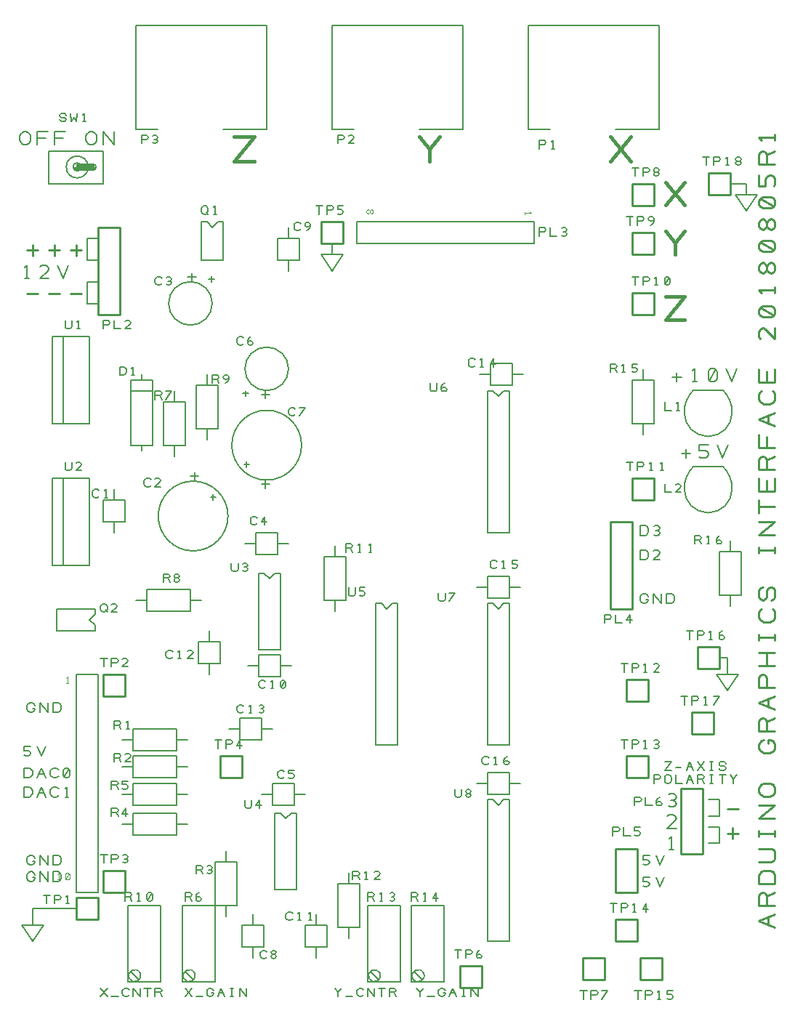
<source format=gbr>
G04 EasyPC Gerber Version 20.0.2 Build 4112 *
%FSLAX35Y35*%
%MOIN*%
%ADD10C,0.00100*%
%ADD11C,0.00500*%
%ADD74C,0.00800*%
%ADD12C,0.01000*%
%ADD13C,0.01500*%
X0Y0D02*
D02*
D10*
X84250Y104750D02*
X85250D01*
X84750D02*
Y107750D01*
X84250Y107250*
X88000Y105000D02*
X88500Y104750D01*
X89000*
X89500Y105000*
X89750Y105500*
Y107000*
X89500Y107500*
X89000Y107750*
X88500*
X88000Y107500*
X87750Y107000*
Y105500*
X88000Y105000*
X89500Y107500*
X88250Y194750D02*
X89250D01*
X88750D02*
Y197750D01*
X88250Y197250*
X227500Y411500D02*
Y411000D01*
X227750Y410500*
X228250Y410250*
X228750Y410500*
X229000Y411000*
Y411500*
X228750Y412000*
X228250Y412250*
X227750Y412000*
X227500Y411500*
X227250Y412000*
X226750Y412250*
X226250Y412000*
X226000Y411500*
Y411000*
X226250Y410500*
X226750Y410250*
X227250Y410500*
X227500Y411000*
X298500D02*
Y410000D01*
Y410500D02*
X301500D01*
X301000Y411000*
D02*
D11*
X79313Y93687D02*
Y97437D01*
X77750D02*
X80875D01*
X82750Y93687D02*
Y97437D01*
X84937*
X85563Y97125*
X85875Y96500*
X85563Y95875*
X84937Y95563*
X82750*
X88375Y93687D02*
X89625D01*
X89000D02*
Y97437D01*
X88375Y96813*
X80250Y439000D02*
Y424000D01*
X105250*
Y439000*
X80250*
X81750Y249000D02*
X98750D01*
Y289000*
X81750*
Y249000*
Y314000D02*
X98750D01*
Y354000*
X81750*
Y314000*
X84000Y229000D02*
X101500D01*
Y226500*
X99000Y224000*
X101500Y221500*
Y219000*
X84000*
Y229000*
X85250Y453375D02*
X85563Y452750D01*
X86187Y452437*
X87437*
X88063Y452750*
X88375Y453375*
X88063Y454000*
X87437Y454313*
X86187*
X85563Y454625*
X85250Y455250*
X85563Y455875*
X86187Y456187*
X87437*
X88063Y455875*
X88375Y455250*
X90250Y456187D02*
X90563Y452437D01*
X91813Y454313*
X93063Y452437*
X93375Y456187*
X95875Y452437D02*
X97125D01*
X96500D02*
Y456187D01*
X95875Y455563*
X86750Y249000D02*
Y289000D01*
Y314000D02*
Y354000D01*
X87750Y296187D02*
Y293375D01*
X88063Y292750*
X88687Y292437*
X89937*
X90563Y292750*
X90875Y293375*
Y296187*
X95250Y292437D02*
X92750D01*
X94937Y294625*
X95250Y295250*
X94937Y295875*
X94313Y296187*
X93375*
X92750Y295875*
X87750Y361187D02*
Y358375D01*
X88063Y357750*
X88687Y357437*
X89937*
X90563Y357750*
X90875Y358375*
Y361187*
X93375Y357437D02*
X94625D01*
X94000D02*
Y361187D01*
X93375Y360563*
X92750Y99000D02*
X102750D01*
Y199000*
X92750*
Y99000*
X93305Y432826D02*
Y430327D01*
X100802*
Y432826*
X93305*
G36*
Y430327*
X100802*
Y432826*
X93305*
G37*
X95179Y431576D02*
G75*
G03X91430I-1874D01*
G01*
G75*
G03X95179I1874*
G01*
G36*
G75*
G03X91430I-1874*
G01*
G75*
G03X95179I1874*
G01*
G37*
X98303D02*
G75*
G03X88306I-4998D01*
G01*
G75*
G03X98303I4998*
G01*
X103375Y280563D02*
X103063Y280250D01*
X102437Y279937*
X101500*
X100875Y280250*
X100563Y280563*
X100250Y281187*
Y282437*
X100563Y283063*
X100875Y283375*
X101500Y283687*
X102437*
X103063Y283375*
X103375Y283063*
X105875Y279937D02*
X107125D01*
X106500D02*
Y283687D01*
X105875Y283063*
X102052Y431576D02*
G75*
G03X99553I-1250D01*
G01*
G75*
G03X102052I1250*
G01*
G36*
G75*
G03X99553I-1250*
G01*
G75*
G03X102052I1250*
G01*
G37*
X104000Y51187D02*
X107125Y54937D01*
X104000D02*
X107125Y51187D01*
X109000D02*
X112125D01*
X117125Y51813D02*
X116813Y51500D01*
X116187Y51187*
X115250*
X114625Y51500*
X114313Y51813*
X114000Y52437*
Y53687*
X114313Y54313*
X114625Y54625*
X115250Y54937*
X116187*
X116813Y54625*
X117125Y54313*
X119000Y51187D02*
Y54937D01*
X122125Y51187*
Y54937*
X125563Y51187D02*
Y54937D01*
X124000D02*
X127125D01*
X129000Y51187D02*
Y54937D01*
X131187*
X131813Y54625*
X132125Y54000*
X131813Y53375*
X131187Y53063*
X129000*
X131187D02*
X132125Y51187D01*
X105563Y112437D02*
Y116187D01*
X104000D02*
X107125D01*
X109000Y112437D02*
Y116187D01*
X111187*
X111813Y115875*
X112125Y115250*
X111813Y114625*
X111187Y114313*
X109000*
X114313Y112750D02*
X114937Y112437D01*
X115563*
X116187Y112750*
X116500Y113375*
X116187Y114000*
X115563Y114313*
X114937*
X115563D02*
X116187Y114625D01*
X116500Y115250*
X116187Y115875*
X115563Y116187*
X114937*
X114313Y115875*
X105563Y202437D02*
Y206187D01*
X104000D02*
X107125D01*
X109000Y202437D02*
Y206187D01*
X111187*
X111813Y205875*
X112125Y205250*
X111813Y204625*
X111187Y204313*
X109000*
X116500Y202437D02*
X114000D01*
X116187Y204625*
X116500Y205250*
X116187Y205875*
X115563Y206187*
X114625*
X114000Y205875*
X104000Y228687D02*
Y229937D01*
X104313Y230563*
X104625Y230875*
X105250Y231187*
X105875*
X106500Y230875*
X106813Y230563*
X107125Y229937*
Y228687*
X106813Y228063*
X106500Y227750*
X105875Y227437*
X105250*
X104625Y227750*
X104313Y228063*
X104000Y228687*
X106187Y228375D02*
X107125Y227437D01*
X111500D02*
X109000D01*
X111187Y229625*
X111500Y230250*
X111187Y230875*
X110563Y231187*
X109625*
X109000Y230875*
X105250Y357437D02*
Y361187D01*
X107437*
X108063Y360875*
X108375Y360250*
X108063Y359625*
X107437Y359313*
X105250*
X110250Y361187D02*
Y357437D01*
X113375*
X117750D02*
X115250D01*
X117437Y359625*
X117750Y360250*
X117437Y360875*
X116813Y361187*
X115875*
X115250Y360875*
X109000Y133687D02*
Y137437D01*
X111187*
X111813Y137125*
X112125Y136500*
X111813Y135875*
X111187Y135563*
X109000*
X111187D02*
X112125Y133687D01*
X115563D02*
Y137437D01*
X114000Y134937*
X116500*
X109000Y146187D02*
Y149937D01*
X111187*
X111813Y149625*
X112125Y149000*
X111813Y148375*
X111187Y148063*
X109000*
X111187D02*
X112125Y146187D01*
X114000Y146500D02*
X114625Y146187D01*
X115563*
X116187Y146500*
X116500Y147125*
Y147437*
X116187Y148063*
X115563Y148375*
X114000*
Y149937*
X116500*
X110250Y158687D02*
Y162437D01*
X112437*
X113063Y162125*
X113375Y161500*
X113063Y160875*
X112437Y160563*
X110250*
X112437D02*
X113375Y158687D01*
X117750D02*
X115250D01*
X117437Y160875*
X117750Y161500*
X117437Y162125*
X116813Y162437*
X115875*
X115250Y162125*
X110250Y173687D02*
Y177437D01*
X112437*
X113063Y177125*
X113375Y176500*
X113063Y175875*
X112437Y175563*
X110250*
X112437D02*
X113375Y173687D01*
X115875D02*
X117125D01*
X116500D02*
Y177437D01*
X115875Y176813*
X110250Y264000D02*
Y269000D01*
Y279000D02*
Y284000D01*
X112750Y336187D02*
Y339937D01*
X114625*
X115250Y339625*
X115563Y339313*
X115875Y338687*
Y337437*
X115563Y336813*
X115250Y336500*
X114625Y336187*
X112750*
X118375D02*
X119625D01*
X119000D02*
Y339937D01*
X118375Y339313*
X114000Y130250D02*
X119000D01*
X114000Y144000D02*
X119000D01*
X114000Y156500D02*
X119000D01*
X114000Y169000D02*
X119000D01*
X115250Y269000D02*
X105250D01*
Y279000*
X115250*
Y269000*
X116500Y57750D02*
X131500D01*
Y92750*
X116500*
Y57750*
X117198Y59381D02*
G75*
G03X122198Y61881I2500J1250D01*
G01*
G75*
G03X117198Y59381I-2500J-1250*
G01*
X117822Y62626D02*
X121567Y58757D01*
X119000Y125250D02*
Y135250D01*
X139000*
Y125250*
X119000*
Y139000D02*
Y149000D01*
X139000*
Y139000*
X119000*
Y151500D02*
Y161500D01*
X139000*
Y151500*
X119000*
Y164000D02*
Y174000D01*
X139000*
Y164000*
X119000*
X115250Y94937D02*
Y98687D01*
X117437*
X118063Y98375*
X118375Y97750*
X118063Y97125*
X117437Y96813*
X115250*
X117437D02*
X118375Y94937D01*
X120875D02*
X122125D01*
X121500D02*
Y98687D01*
X120875Y98063*
X125563Y95250D02*
X126187Y94937D01*
X126813*
X127437Y95250*
X127750Y95875*
Y97750*
X127437Y98375*
X126813Y98687*
X126187*
X125563Y98375*
X125250Y97750*
Y95875*
X125563Y95250*
X127437Y98375*
X122750Y301500D02*
Y304000D01*
Y334000D02*
Y336500D01*
Y442437D02*
Y446187D01*
X124937*
X125563Y445875*
X125875Y445250*
X125563Y444625*
X124937Y444313*
X122750*
X128063Y442750D02*
X128687Y442437D01*
X129313*
X129937Y442750*
X130250Y443375*
X129937Y444000*
X129313Y444313*
X128687*
X129313D02*
X129937Y444625D01*
X130250Y445250*
X129937Y445875*
X129313Y446187*
X128687*
X128063Y445875*
X127125Y285563D02*
X126813Y285250D01*
X126187Y284937*
X125250*
X124625Y285250*
X124313Y285563*
X124000Y286187*
Y287437*
X124313Y288063*
X124625Y288375*
X125250Y288687*
X126187*
X126813Y288375*
X127125Y288063*
X131500Y284937D02*
X129000D01*
X131187Y287125*
X131500Y287750*
X131187Y288375*
X130563Y288687*
X129625*
X129000Y288375*
X125250Y232750D02*
X120250D01*
X127750Y304000D02*
X117750D01*
Y334000*
X127750*
Y304000*
Y329000D02*
X117750D01*
Y334000*
X127750*
Y329000*
X129000Y324937D02*
Y328687D01*
X131187*
X131813Y328375*
X132125Y327750*
X131813Y327125*
X131187Y326813*
X129000*
X131187D02*
X132125Y324937D01*
X134000D02*
X136500Y328687D01*
X134000*
X132125Y378063D02*
X131813Y377750D01*
X131187Y377437*
X130250*
X129625Y377750*
X129313Y378063*
X129000Y378687*
Y379937*
X129313Y380563*
X129625Y380875*
X130250Y381187*
X131187*
X131813Y380875*
X132125Y380563*
X134313Y377750D02*
X134937Y377437D01*
X135563*
X136187Y377750*
X136500Y378375*
X136187Y379000*
X135563Y379313*
X134937*
X135563D02*
X136187Y379625D01*
X136500Y380250*
X136187Y380875*
X135563Y381187*
X134937*
X134313Y380875*
X132750Y241187D02*
Y244937D01*
X134937*
X135563Y244625*
X135875Y244000*
X135563Y243375*
X134937Y243063*
X132750*
X134937D02*
X135875Y241187D01*
X138687Y243063D02*
X139313D01*
X139937Y243375*
X140250Y244000*
X139937Y244625*
X139313Y244937*
X138687*
X138063Y244625*
X137750Y244000*
X138063Y243375*
X138687Y243063*
X138063Y242750*
X137750Y242125*
X138063Y241500*
X138687Y241187*
X139313*
X139937Y241500*
X140250Y242125*
X139937Y242750*
X139313Y243063*
X132750Y324000D02*
X142750D01*
Y304000*
X132750*
Y324000*
X137125Y206813D02*
X136813Y206500D01*
X136187Y206187*
X135250*
X134625Y206500*
X134313Y206813*
X134000Y207437*
Y208687*
X134313Y209313*
X134625Y209625*
X135250Y209937*
X136187*
X136813Y209625*
X137125Y209313*
X139625Y206187D02*
X140875D01*
X140250D02*
Y209937D01*
X139625Y209313*
X146500Y206187D02*
X144000D01*
X146187Y208375*
X146500Y209000*
X146187Y209625*
X145563Y209937*
X144625*
X144000Y209625*
X137750Y304000D02*
Y299000D01*
Y329000D02*
Y324000D01*
X139000Y130250D02*
X144000D01*
X139000Y144000D02*
X144000D01*
X139000Y156500D02*
X144000D01*
X139000Y169000D02*
X144000D01*
X141500Y57750D02*
X156500D01*
Y92750*
X141500*
Y57750*
X142198Y59381D02*
G75*
G03X147198Y61881I2500J1250D01*
G01*
G75*
G03X142198Y59381I-2500J-1250*
G01*
X142750Y51187D02*
X145875Y54937D01*
X142750D02*
X145875Y51187D01*
X147750D02*
X150875D01*
X154937Y52750D02*
X155875D01*
Y52437*
X155563Y51813*
X155250Y51500*
X154625Y51187*
X154000*
X153375Y51500*
X153063Y51813*
X152750Y52437*
Y53687*
X153063Y54313*
X153375Y54625*
X154000Y54937*
X154625*
X155250Y54625*
X155563Y54313*
X155875Y53687*
X157750Y51187D02*
X159313Y54937D01*
X160875Y51187*
X158375Y52750D02*
X160250D01*
X163687Y51187D02*
X164937D01*
X164313D02*
Y54937D01*
X163687D02*
X164937D01*
X167750Y51187D02*
Y54937D01*
X170875Y51187*
Y54937*
X142822Y62626D02*
X146567Y58757D01*
X144000Y381031D02*
X147750D01*
X145875Y379156D02*
Y382906D01*
X145250Y237750D02*
Y227750D01*
X125250*
Y237750*
X145250*
Y289781D02*
X149000D01*
X147125Y287906D02*
Y291656D01*
X145250Y379000D02*
G75*
G02X155250Y369000J-10000D01*
G01*
G75*
G02X145250Y359000I-10000*
G01*
G75*
G02X135250Y369000J10000*
G01*
G75*
G02X145250Y379000I10000*
G01*
X146500Y287500D02*
G75*
G02X162500Y271500J-16000D01*
G01*
G75*
G02X146500Y255500I-16000*
G01*
G75*
G02X130500Y271500J16000*
G01*
G75*
G02X146500Y287500I16000*
G01*
X142750Y94937D02*
Y98687D01*
X144937*
X145563Y98375*
X145875Y97750*
X145563Y97125*
X144937Y96813*
X142750*
X144937D02*
X145875Y94937D01*
X147750Y95875D02*
X148063Y96500D01*
X148687Y96813*
X149313*
X149937Y96500*
X150250Y95875*
X149937Y95250*
X149313Y94937*
X148687*
X148063Y95250*
X147750Y95875*
Y96813*
X148063Y97750*
X148687Y98375*
X149313Y98687*
X147750Y107437D02*
Y111187D01*
X149937*
X150563Y110875*
X150875Y110250*
X150563Y109625*
X149937Y109313*
X147750*
X149937D02*
X150875Y107437D01*
X153063Y107750D02*
X153687Y107437D01*
X154313*
X154937Y107750*
X155250Y108375*
X154937Y109000*
X154313Y109313*
X153687*
X154313D02*
X154937Y109625D01*
X155250Y110250*
X154937Y110875*
X154313Y111187*
X153687*
X153063Y110875*
X147750Y331500D02*
X157750D01*
Y311500*
X147750*
Y331500*
X150250Y232750D02*
X145250D01*
X150250Y389000D02*
Y406500D01*
X152750*
X155250Y404000*
X157750Y406500*
X160250*
Y389000*
X150250*
Y411187D02*
Y412437D01*
X150563Y413063*
X150875Y413375*
X151500Y413687*
X152125*
X152750Y413375*
X153063Y413063*
X153375Y412437*
Y411187*
X153063Y410563*
X152750Y410250*
X152125Y409937*
X151500*
X150875Y410250*
X150563Y410563*
X150250Y411187*
X152437Y410875D02*
X153375Y409937D01*
X155875D02*
X157125D01*
X156500D02*
Y413687D01*
X155875Y413063*
X152750Y311500D02*
Y306500D01*
Y336500D02*
Y331500D01*
X154937Y381500D02*
Y379000D01*
X153687Y380250D02*
X156187D01*
X155687Y281500D02*
Y279000D01*
X154437Y280250D02*
X156937D01*
X154000Y199000D02*
Y204000D01*
Y214000D02*
Y219000D01*
X155250Y332437D02*
Y336187D01*
X157437*
X158063Y335875*
X158375Y335250*
X158063Y334625*
X157437Y334313*
X155250*
X157437D02*
X158375Y332437D01*
X161187D02*
X161813Y332750D01*
X162437Y333375*
X162750Y334313*
Y335250*
X162437Y335875*
X161813Y336187*
X161187*
X160563Y335875*
X160250Y335250*
X160563Y334625*
X161187Y334313*
X161813*
X162437Y334625*
X162750Y335250*
X158063Y164937D02*
Y168687D01*
X156500D02*
X159625D01*
X161500Y164937D02*
Y168687D01*
X163687*
X164313Y168375*
X164625Y167750*
X164313Y167125*
X163687Y166813*
X161500*
X168063Y164937D02*
Y168687D01*
X166500Y166187*
X169000*
X159000Y204000D02*
X149000D01*
Y214000*
X159000*
Y204000*
X161500Y87750D02*
Y92750D01*
Y112750D02*
Y117750D01*
X164000Y249937D02*
Y247125D01*
X164313Y246500*
X164937Y246187*
X166187*
X166813Y246500*
X167125Y247125*
Y249937*
X169313Y246500D02*
X169937Y246187D01*
X170563*
X171187Y246500*
X171500Y247125*
X171187Y247750*
X170563Y248063*
X169937*
X170563D02*
X171187Y248375D01*
X171500Y249000*
X171187Y249625*
X170563Y249937*
X169937*
X169313Y249625*
X166500Y92750D02*
X156500D01*
Y112750*
X166500*
Y92750*
X169625Y181813D02*
X169313Y181500D01*
X168687Y181187*
X167750*
X167125Y181500*
X166813Y181813*
X166500Y182437*
Y183687*
X166813Y184313*
X167125Y184625*
X167750Y184937*
X168687*
X169313Y184625*
X169625Y184313*
X172125Y181187D02*
X173375D01*
X172750D02*
Y184937D01*
X172125Y184313*
X176813Y181500D02*
X177437Y181187D01*
X178063*
X178687Y181500*
X179000Y182125*
X178687Y182750*
X178063Y183063*
X177437*
X178063D02*
X178687Y183375D01*
X179000Y184000*
X178687Y184625*
X178063Y184937*
X177437*
X176813Y184625*
X169625Y350563D02*
X169313Y350250D01*
X168687Y349937*
X167750*
X167125Y350250*
X166813Y350563*
X166500Y351187*
Y352437*
X166813Y353063*
X167125Y353375*
X167750Y353687*
X168687*
X169313Y353375*
X169625Y353063*
X171500Y350875D02*
X171813Y351500D01*
X172437Y351813*
X173063*
X173687Y351500*
X174000Y350875*
X173687Y350250*
X173063Y349937*
X172437*
X171813Y350250*
X171500Y350875*
Y351813*
X171813Y352750*
X172437Y353375*
X173063Y353687*
X167750Y174000D02*
X162750D01*
X169000Y84000D02*
X179000D01*
Y74000*
X169000*
Y84000*
X170250Y141187D02*
Y138375D01*
X170563Y137750*
X171187Y137437*
X172437*
X173063Y137750*
X173375Y138375*
Y141187*
X176813Y137437D02*
Y141187D01*
X175250Y138687*
X177750*
X170250Y259000D02*
X175250D01*
X171500Y202750D02*
X176500D01*
X175875Y268063D02*
X175563Y267750D01*
X174937Y267437*
X174000*
X173375Y267750*
X173063Y268063*
X172750Y268687*
Y269937*
X173063Y270563*
X173375Y270875*
X174000Y271187*
X174937*
X175563Y270875*
X175875Y270563*
X179313Y267437D02*
Y271187D01*
X177750Y268687*
X180250*
X170563Y326500D02*
Y329000D01*
X171813Y327750D02*
X169313D01*
X171063Y294000D02*
Y296500D01*
X172313Y295250D02*
X169813D01*
X174000Y74000D02*
Y69000D01*
Y89000D02*
Y84000D01*
X175250Y254000D02*
Y264000D01*
X185250*
Y254000*
X175250*
X179625Y193063D02*
X179313Y192750D01*
X178687Y192437*
X177750*
X177125Y192750*
X176813Y193063*
X176500Y193687*
Y194937*
X176813Y195563*
X177125Y195875*
X177750Y196187*
X178687*
X179313Y195875*
X179625Y195563*
X182125Y192437D02*
X183375D01*
X182750D02*
Y196187D01*
X182125Y195563*
X186813Y192750D02*
X187437Y192437D01*
X188063*
X188687Y192750*
X189000Y193375*
Y195250*
X188687Y195875*
X188063Y196187*
X187437*
X186813Y195875*
X186500Y195250*
Y193375*
X186813Y192750*
X188687Y195875*
X176500Y197750D02*
Y207750D01*
X186500*
Y197750*
X176500*
Y210250D02*
Y245250D01*
X179000*
X181500Y242750*
X184000Y245250*
X186500*
Y210250*
X176500*
X180304Y69166D02*
X179992Y68853D01*
X179367Y68541*
X178429*
X177804Y68853*
X177492Y69166*
X177179Y69791*
Y71041*
X177492Y71666*
X177804Y71978*
X178429Y72291*
X179367*
X179992Y71978*
X180304Y71666*
X183117Y70416D02*
X183742D01*
X184367Y70728*
X184679Y71353*
X184367Y71978*
X183742Y72291*
X183117*
X182492Y71978*
X182179Y71353*
X182492Y70728*
X183117Y70416*
X182492Y70103*
X182179Y69478*
X182492Y68853*
X183117Y68541*
X183742*
X184367Y68853*
X184679Y69478*
X184367Y70103*
X183742Y70416*
X177750Y144000D02*
X182750D01*
X177750Y179000D02*
Y169000D01*
X167750*
Y179000*
X177750*
Y286031D02*
X181500D01*
X179625Y284156D02*
Y287906D01*
X177750Y327281D02*
X181500D01*
X179625Y325406D02*
Y329156D01*
X180250Y288000D02*
G75*
G02X164250Y304000J16000D01*
G01*
G75*
G02X180250Y320000I16000*
G01*
G75*
G02X196250Y304000J-16000*
G01*
G75*
G02X180250Y288000I-16000*
G01*
Y329000D02*
G75*
G02X170250Y339000J10000D01*
G01*
G75*
G02X180250Y349000I10000*
G01*
G75*
G02X190250Y339000J-10000*
G01*
G75*
G02X180250Y329000I-10000*
G01*
X182750Y139000D02*
Y149000D01*
X192750*
Y139000*
X182750*
Y174000D02*
X177750D01*
X184000Y100250D02*
Y135250D01*
X186500*
X189000Y132750*
X191500Y135250*
X194000*
Y100250*
X184000*
X188375Y151813D02*
X188063Y151500D01*
X187437Y151187*
X186500*
X185875Y151500*
X185563Y151813*
X185250Y152437*
Y153687*
X185563Y154313*
X185875Y154625*
X186500Y154937*
X187437*
X188063Y154625*
X188375Y154313*
X190250Y151500D02*
X190875Y151187D01*
X191813*
X192437Y151500*
X192750Y152125*
Y152437*
X192437Y153063*
X191813Y153375*
X190250*
Y154937*
X192750*
X185250Y259000D02*
X190250D01*
X186500Y202750D02*
X191500D01*
X192125Y86660D02*
X191813Y86348D01*
X191187Y86035*
X190250*
X189625Y86348*
X189313Y86660*
X189000Y87285*
Y88535*
X189313Y89160*
X189625Y89473*
X190250Y89785*
X191187*
X191813Y89473*
X192125Y89160*
X194625Y86035D02*
X195875D01*
X195250D02*
Y89785D01*
X194625Y89160*
X199625Y86035D02*
X200875D01*
X200250D02*
Y89785D01*
X199625Y89160*
X193375Y318063D02*
X193063Y317750D01*
X192437Y317437*
X191500*
X190875Y317750*
X190563Y318063*
X190250Y318687*
Y319937*
X190563Y320563*
X190875Y320875*
X191500Y321187*
X192437*
X193063Y320875*
X193375Y320563*
X195250Y317437D02*
X197750Y321187D01*
X195250*
X190250Y384000D02*
Y389000D01*
Y399000D02*
Y404000D01*
X192750Y144000D02*
X197750D01*
X195875Y403063D02*
X195563Y402750D01*
X194937Y402437*
X194000*
X193375Y402750*
X193063Y403063*
X192750Y403687*
Y404937*
X193063Y405563*
X193375Y405875*
X194000Y406187*
X194937*
X195563Y405875*
X195875Y405563*
X198687Y402437D02*
X199313Y402750D01*
X199937Y403375*
X200250Y404313*
Y405250*
X199937Y405875*
X199313Y406187*
X198687*
X198063Y405875*
X197750Y405250*
X198063Y404625*
X198687Y404313*
X199313*
X199937Y404625*
X200250Y405250*
X195250Y389000D02*
X185250D01*
Y399000*
X195250*
Y389000*
X202750Y69000D02*
Y74000D01*
Y84000D02*
Y89000D01*
X204313Y409937D02*
Y413687D01*
X202750D02*
X205875D01*
X207750Y409937D02*
Y413687D01*
X209937*
X210563Y413375*
X210875Y412750*
X210563Y412125*
X209937Y411813*
X207750*
X212750Y410250D02*
X213375Y409937D01*
X214313*
X214937Y410250*
X215250Y410875*
Y411187*
X214937Y411813*
X214313Y412125*
X212750*
Y413687*
X215250*
X207750Y74000D02*
X197750D01*
Y84000*
X207750*
Y74000*
X213063Y51187D02*
Y53063D01*
X211500Y54937*
X213063Y53063D02*
X214625Y54937D01*
X216500Y51187D02*
X219625D01*
X224625Y51813D02*
X224313Y51500D01*
X223687Y51187*
X222750*
X222125Y51500*
X221813Y51813*
X221500Y52437*
Y53687*
X221813Y54313*
X222125Y54625*
X222750Y54937*
X223687*
X224313Y54625*
X224625Y54313*
X226500Y51187D02*
Y54937D01*
X229625Y51187*
Y54937*
X233063Y51187D02*
Y54937D01*
X231500D02*
X234625D01*
X236500Y51187D02*
Y54937D01*
X238687*
X239313Y54625*
X239625Y54000*
X239313Y53375*
X238687Y53063*
X236500*
X238687D02*
X239625Y51187D01*
X211500Y227750D02*
Y232750D01*
Y252750D02*
Y257750D01*
X212750Y442437D02*
Y446187D01*
X214937*
X215563Y445875*
X215875Y445250*
X215563Y444625*
X214937Y444313*
X212750*
X220250Y442437D02*
X217750D01*
X219937Y444625*
X220250Y445250*
X219937Y445875*
X219313Y446187*
X218375*
X217750Y445875*
X216500Y232750D02*
X206500D01*
Y252750*
X216500*
Y232750*
Y254937D02*
Y258687D01*
X218687*
X219313Y258375*
X219625Y257750*
X219313Y257125*
X218687Y256813*
X216500*
X218687D02*
X219625Y254937D01*
X222125D02*
X223375D01*
X222750D02*
Y258687D01*
X222125Y258063*
X227125Y254937D02*
X228375D01*
X227750D02*
Y258687D01*
X227125Y258063*
X217750Y77750D02*
Y82750D01*
Y102750D02*
Y107750D01*
Y238687D02*
Y235875D01*
X218063Y235250*
X218687Y234937*
X219937*
X220563Y235250*
X220875Y235875*
Y238687*
X222750Y235250D02*
X223375Y234937D01*
X224313*
X224937Y235250*
X225250Y235875*
Y236187*
X224937Y236813*
X224313Y237125*
X222750*
Y238687*
X225250*
X219666Y104779D02*
Y108529D01*
X221853*
X222478Y108217*
X222791Y107592*
X222478Y106967*
X221853Y106654*
X219666*
X221853D02*
X222791Y104779D01*
X225291D02*
X226541D01*
X225916D02*
Y108529D01*
X225291Y107904*
X232166Y104779D02*
X229666D01*
X231853Y106967*
X232166Y107592*
X231853Y108217*
X231228Y108529*
X230291*
X229666Y108217*
X221500Y406500D02*
Y396500D01*
X302750*
Y406500*
X221500*
X222750Y82750D02*
X212750D01*
Y102750*
X222750*
Y82750*
X226500Y57750D02*
X241500D01*
Y92750*
X226500*
Y57750*
X227198Y59381D02*
G75*
G03X232198Y61881I2500J1250D01*
G01*
G75*
G03X227198Y59381I-2500J-1250*
G01*
X227822Y62626D02*
X231567Y58757D01*
X230250Y166500D02*
Y231500D01*
X232750*
X235250Y229000*
X237750Y231500*
X240250*
Y166500*
X230250*
X226500Y94937D02*
Y98687D01*
X228687*
X229313Y98375*
X229625Y97750*
X229313Y97125*
X228687Y96813*
X226500*
X228687D02*
X229625Y94937D01*
X232125D02*
X233375D01*
X232750D02*
Y98687D01*
X232125Y98063*
X236813Y95250D02*
X237437Y94937D01*
X238063*
X238687Y95250*
X239000Y95875*
X238687Y96500*
X238063Y96813*
X237437*
X238063D02*
X238687Y97125D01*
X239000Y97750*
X238687Y98375*
X238063Y98687*
X237437*
X236813Y98375*
X246500Y57750D02*
X261500D01*
Y92750*
X246500*
Y57750*
X247198Y59381D02*
G75*
G03X252198Y61881I2500J1250D01*
G01*
G75*
G03X247198Y59381I-2500J-1250*
G01*
X247822Y62626D02*
X251567Y58757D01*
X250563Y51187D02*
Y53063D01*
X249000Y54937*
X250563Y53063D02*
X252125Y54937D01*
X254000Y51187D02*
X257125D01*
X261187Y52750D02*
X262125D01*
Y52437*
X261813Y51813*
X261500Y51500*
X260875Y51187*
X260250*
X259625Y51500*
X259313Y51813*
X259000Y52437*
Y53687*
X259313Y54313*
X259625Y54625*
X260250Y54937*
X260875*
X261500Y54625*
X261813Y54313*
X262125Y53687*
X264000Y51187D02*
X265563Y54937D01*
X267125Y51187*
X264625Y52750D02*
X266500D01*
X269937Y51187D02*
X271187D01*
X270563D02*
Y54937D01*
X269937D02*
X271187D01*
X274000Y51187D02*
Y54937D01*
X277125Y51187*
Y54937*
X246500Y94937D02*
Y98687D01*
X248687*
X249313Y98375*
X249625Y97750*
X249313Y97125*
X248687Y96813*
X246500*
X248687D02*
X249625Y94937D01*
X252125D02*
X253375D01*
X252750D02*
Y98687D01*
X252125Y98063*
X258063Y94937D02*
Y98687D01*
X256500Y96187*
X259000*
X255250Y332437D02*
Y329625D01*
X255563Y329000*
X256187Y328687*
X257437*
X258063Y329000*
X258375Y329625*
Y332437*
X260250Y329625D02*
X260563Y330250D01*
X261187Y330563*
X261813*
X262437Y330250*
X262750Y329625*
X262437Y329000*
X261813Y328687*
X261187*
X260563Y329000*
X260250Y329625*
Y330563*
X260563Y331500*
X261187Y332125*
X261813Y332437*
X259000Y236187D02*
Y233375D01*
X259313Y232750*
X259937Y232437*
X261187*
X261813Y232750*
X262125Y233375*
Y236187*
X264000Y232437D02*
X266500Y236187D01*
X264000*
X268063Y68687D02*
Y72437D01*
X266500D02*
X269625D01*
X271500Y68687D02*
Y72437D01*
X273687*
X274313Y72125*
X274625Y71500*
X274313Y70875*
X273687Y70563*
X271500*
X276500Y69625D02*
X276813Y70250D01*
X277437Y70563*
X278063*
X278687Y70250*
X279000Y69625*
X278687Y69000*
X278063Y68687*
X277437*
X276813Y69000*
X276500Y69625*
Y70563*
X276813Y71500*
X277437Y72125*
X278063Y72437*
X266500Y146187D02*
Y143375D01*
X266813Y142750*
X267437Y142437*
X268687*
X269313Y142750*
X269625Y143375*
Y146187*
X272437Y144313D02*
X273063D01*
X273687Y144625*
X274000Y145250*
X273687Y145875*
X273063Y146187*
X272437*
X271813Y145875*
X271500Y145250*
X271813Y144625*
X272437Y144313*
X271813Y144000*
X271500Y143375*
X271813Y142750*
X272437Y142437*
X273063*
X273687Y142750*
X274000Y143375*
X273687Y144000*
X273063Y144313*
X275875Y340563D02*
X275563Y340250D01*
X274937Y339937*
X274000*
X273375Y340250*
X273063Y340563*
X272750Y341187*
Y342437*
X273063Y343063*
X273375Y343375*
X274000Y343687*
X274937*
X275563Y343375*
X275875Y343063*
X278375Y339937D02*
X279625D01*
X279000D02*
Y343687D01*
X278375Y343063*
X284313Y339937D02*
Y343687D01*
X282750Y341187*
X285250*
X276500Y149000D02*
X281500D01*
X276500Y239000D02*
X281500D01*
X277750Y336500D02*
X282750D01*
X282125Y158063D02*
X281813Y157750D01*
X281187Y157437*
X280250*
X279625Y157750*
X279313Y158063*
X279000Y158687*
Y159937*
X279313Y160563*
X279625Y160875*
X280250Y161187*
X281187*
X281813Y160875*
X282125Y160563*
X284625Y157437D02*
X285875D01*
X285250D02*
Y161187D01*
X284625Y160563*
X289000Y158375D02*
X289313Y159000D01*
X289937Y159313*
X290563*
X291187Y159000*
X291500Y158375*
X291187Y157750*
X290563Y157437*
X289937*
X289313Y157750*
X289000Y158375*
Y159313*
X289313Y160250*
X289937Y160875*
X290563Y161187*
X281500Y76500D02*
Y141500D01*
X284000*
X286500Y139000*
X289000Y141500*
X291500*
Y76500*
X281500*
Y144000D02*
Y154000D01*
X291500*
Y144000*
X281500*
Y166500D02*
Y231500D01*
X284000*
X286500Y229000*
X289000Y231500*
X291500*
Y166500*
X281500*
Y234000D02*
Y244000D01*
X291500*
Y234000*
X281500*
Y264000D02*
Y329000D01*
X284000*
X286500Y326500*
X289000Y329000*
X291500*
Y264000*
X281500*
X285875Y248063D02*
X285563Y247750D01*
X284937Y247437*
X284000*
X283375Y247750*
X283063Y248063*
X282750Y248687*
Y249937*
X283063Y250563*
X283375Y250875*
X284000Y251187*
X284937*
X285563Y250875*
X285875Y250563*
X288375Y247437D02*
X289625D01*
X289000D02*
Y251187D01*
X288375Y250563*
X292750Y247750D02*
X293375Y247437D01*
X294313*
X294937Y247750*
X295250Y248375*
Y248687*
X294937Y249313*
X294313Y249625*
X292750*
Y251187*
X295250*
X282750Y331500D02*
Y341500D01*
X292750*
Y331500*
X282750*
X291500Y149000D02*
X296500D01*
X291500Y239000D02*
X296500D01*
X292750Y336500D02*
X297750D01*
X305250Y399937D02*
Y403687D01*
X307437*
X308063Y403375*
X308375Y402750*
X308063Y402125*
X307437Y401813*
X305250*
X310250Y403687D02*
Y399937D01*
X313375*
X315563Y400250D02*
X316187Y399937D01*
X316813*
X317437Y400250*
X317750Y400875*
X317437Y401500*
X316813Y401813*
X316187*
X316813D02*
X317437Y402125D01*
X317750Y402750*
X317437Y403375*
X316813Y403687*
X316187*
X315563Y403375*
X305250Y439937D02*
Y443687D01*
X307437*
X308063Y443375*
X308375Y442750*
X308063Y442125*
X307437Y441813*
X305250*
X310875Y439937D02*
X312125D01*
X311500D02*
Y443687D01*
X310875Y443063*
X325563Y49937D02*
Y53687D01*
X324000D02*
X327125D01*
X329000Y49937D02*
Y53687D01*
X331187*
X331813Y53375*
X332125Y52750*
X331813Y52125*
X331187Y51813*
X329000*
X334000Y49937D02*
X336500Y53687D01*
X334000*
X335250Y222437D02*
Y226187D01*
X337437*
X338063Y225875*
X338375Y225250*
X338063Y224625*
X337437Y224313*
X335250*
X340250Y226187D02*
Y222437D01*
X343375*
X346813D02*
Y226187D01*
X345250Y223687*
X347750*
X339313Y89937D02*
Y93687D01*
X337750D02*
X340875D01*
X342750Y89937D02*
Y93687D01*
X344937*
X345563Y93375*
X345875Y92750*
X345563Y92125*
X344937Y91813*
X342750*
X348375Y89937D02*
X349625D01*
X349000D02*
Y93687D01*
X348375Y93063*
X354313Y89937D02*
Y93687D01*
X352750Y91187*
X355250*
X337750Y337437D02*
Y341187D01*
X339937*
X340563Y340875*
X340875Y340250*
X340563Y339625*
X339937Y339313*
X337750*
X339937D02*
X340875Y337437D01*
X343375D02*
X344625D01*
X344000D02*
Y341187D01*
X343375Y340563*
X347750Y337750D02*
X348375Y337437D01*
X349313*
X349937Y337750*
X350250Y338375*
Y338687*
X349937Y339313*
X349313Y339625*
X347750*
Y341187*
X350250*
X339000Y124937D02*
Y128687D01*
X341187*
X341813Y128375*
X342125Y127750*
X341813Y127125*
X341187Y126813*
X339000*
X344000Y128687D02*
Y124937D01*
X347125*
X349000Y125250D02*
X349625Y124937D01*
X350563*
X351187Y125250*
X351500Y125875*
Y126187*
X351187Y126813*
X350563Y127125*
X349000*
Y128687*
X351500*
X344313Y164937D02*
Y168687D01*
X342750D02*
X345875D01*
X347750Y164937D02*
Y168687D01*
X349937*
X350563Y168375*
X350875Y167750*
X350563Y167125*
X349937Y166813*
X347750*
X353375Y164937D02*
X354625D01*
X354000D02*
Y168687D01*
X353375Y168063*
X358063Y165250D02*
X358687Y164937D01*
X359313*
X359937Y165250*
X360250Y165875*
X359937Y166500*
X359313Y166813*
X358687*
X359313D02*
X359937Y167125D01*
X360250Y167750*
X359937Y168375*
X359313Y168687*
X358687*
X358063Y168375*
X344313Y199937D02*
Y203687D01*
X342750D02*
X345875D01*
X347750Y199937D02*
Y203687D01*
X349937*
X350563Y203375*
X350875Y202750*
X350563Y202125*
X349937Y201813*
X347750*
X353375Y199937D02*
X354625D01*
X354000D02*
Y203687D01*
X353375Y203063*
X360250Y199937D02*
X357750D01*
X359937Y202125*
X360250Y202750*
X359937Y203375*
X359313Y203687*
X358375*
X357750Y203375*
X346813Y292437D02*
Y296187D01*
X345250D02*
X348375D01*
X350250Y292437D02*
Y296187D01*
X352437*
X353063Y295875*
X353375Y295250*
X353063Y294625*
X352437Y294313*
X350250*
X355875Y292437D02*
X357125D01*
X356500D02*
Y296187D01*
X355875Y295563*
X360875Y292437D02*
X362125D01*
X361500D02*
Y296187D01*
X360875Y295563*
X346813Y404937D02*
Y408687D01*
X345250D02*
X348375D01*
X350250Y404937D02*
Y408687D01*
X352437*
X353063Y408375*
X353375Y407750*
X353063Y407125*
X352437Y406813*
X350250*
X356187Y404937D02*
X356813Y405250D01*
X357437Y405875*
X357750Y406813*
Y407750*
X357437Y408375*
X356813Y408687*
X356187*
X355563Y408375*
X355250Y407750*
X355563Y407125*
X356187Y406813*
X356813*
X357437Y407125*
X357750Y407750*
X347750Y334000D02*
X357750D01*
Y314000*
X347750*
Y334000*
X349313Y377437D02*
Y381187D01*
X347750D02*
X350875D01*
X352750Y377437D02*
Y381187D01*
X354937*
X355563Y380875*
X355875Y380250*
X355563Y379625*
X354937Y379313*
X352750*
X358375Y377437D02*
X359625D01*
X359000D02*
Y381187D01*
X358375Y380563*
X363063Y377750D02*
X363687Y377437D01*
X364313*
X364937Y377750*
X365250Y378375*
Y380250*
X364937Y380875*
X364313Y381187*
X363687*
X363063Y380875*
X362750Y380250*
Y378375*
X363063Y377750*
X364937Y380875*
X349313Y427437D02*
Y431187D01*
X347750D02*
X350875D01*
X352750Y427437D02*
Y431187D01*
X354937*
X355563Y430875*
X355875Y430250*
X355563Y429625*
X354937Y429313*
X352750*
X358687D02*
X359313D01*
X359937Y429625*
X360250Y430250*
X359937Y430875*
X359313Y431187*
X358687*
X358063Y430875*
X357750Y430250*
X358063Y429625*
X358687Y429313*
X358063Y429000*
X357750Y428375*
X358063Y427750*
X358687Y427437*
X359313*
X359937Y427750*
X360250Y428375*
X359937Y429000*
X359313Y429313*
X350563Y49937D02*
Y53687D01*
X349000D02*
X352125D01*
X354000Y49937D02*
Y53687D01*
X356187*
X356813Y53375*
X357125Y52750*
X356813Y52125*
X356187Y51813*
X354000*
X359625Y49937D02*
X360875D01*
X360250D02*
Y53687D01*
X359625Y53063*
X364000Y50250D02*
X364625Y49937D01*
X365563*
X366187Y50250*
X366500Y50875*
Y51187*
X366187Y51813*
X365563Y52125*
X364000*
Y53687*
X366500*
X349000Y138687D02*
Y142437D01*
X351187*
X351813Y142125*
X352125Y141500*
X351813Y140875*
X351187Y140563*
X349000*
X354000Y142437D02*
Y138687D01*
X357125*
X359000Y139625D02*
X359313Y140250D01*
X359937Y140563*
X360563*
X361187Y140250*
X361500Y139625*
X361187Y139000*
X360563Y138687*
X359937*
X359313Y139000*
X359000Y139625*
Y140563*
X359313Y141500*
X359937Y142125*
X360563Y142437*
X352750Y314000D02*
Y309000D01*
Y339000D02*
Y334000D01*
X362750Y286187D02*
Y282437D01*
X365875*
X370250D02*
X367750D01*
X369937Y284625*
X370250Y285250*
X369937Y285875*
X369313Y286187*
X368375*
X367750Y285875*
X362750Y323687D02*
Y319937D01*
X365875*
X368375D02*
X369625D01*
X369000D02*
Y323687D01*
X368375Y323063*
X371813Y184937D02*
Y188687D01*
X370250D02*
X373375D01*
X375250Y184937D02*
Y188687D01*
X377437*
X378063Y188375*
X378375Y187750*
X378063Y187125*
X377437Y186813*
X375250*
X380875Y184937D02*
X382125D01*
X381500D02*
Y188687D01*
X380875Y188063*
X385250Y184937D02*
X387750Y188687D01*
X385250*
X371750Y284000D02*
G75*
G03X382750Y273000I11000D01*
G01*
G75*
G03X393750Y284000J11000*
G01*
G75*
G03X389450Y294300I-14583J-41*
G01*
X376050*
G75*
G03X371750Y284000I10283J-10341*
G01*
Y319000D02*
G75*
G03X382750Y308000I11000D01*
G01*
G75*
G03X393750Y319000J11000*
G01*
G75*
G03X389450Y329300I-14583J-41*
G01*
X376050*
G75*
G03X371750Y319000I10283J-10341*
G01*
X374313Y214937D02*
Y218687D01*
X372750D02*
X375875D01*
X377750Y214937D02*
Y218687D01*
X379937*
X380563Y218375*
X380875Y217750*
X380563Y217125*
X379937Y216813*
X377750*
X383375Y214937D02*
X384625D01*
X384000D02*
Y218687D01*
X383375Y218063*
X387750Y215875D02*
X388063Y216500D01*
X388687Y216813*
X389313*
X389937Y216500*
X390250Y215875*
X389937Y215250*
X389313Y214937*
X388687*
X388063Y215250*
X387750Y215875*
Y216813*
X388063Y217750*
X388687Y218375*
X389313Y218687*
X376500Y258687D02*
Y262437D01*
X378687*
X379313Y262125*
X379625Y261500*
X379313Y260875*
X378687Y260563*
X376500*
X378687D02*
X379625Y258687D01*
X382125D02*
X383375D01*
X382750D02*
Y262437D01*
X382125Y261813*
X386500Y259625D02*
X386813Y260250D01*
X387437Y260563*
X388063*
X388687Y260250*
X389000Y259625*
X388687Y259000*
X388063Y258687*
X387437*
X386813Y259000*
X386500Y259625*
Y260563*
X386813Y261500*
X387437Y262125*
X388063Y262437*
X381813Y432437D02*
Y436187D01*
X380250D02*
X383375D01*
X385250Y432437D02*
Y436187D01*
X387437*
X388063Y435875*
X388375Y435250*
X388063Y434625*
X387437Y434313*
X385250*
X390875Y432437D02*
X392125D01*
X391500D02*
Y436187D01*
X390875Y435563*
X396187Y434313D02*
X396813D01*
X397437Y434625*
X397750Y435250*
X397437Y435875*
X396813Y436187*
X396187*
X395563Y435875*
X395250Y435250*
X395563Y434625*
X396187Y434313*
X395563Y434000*
X395250Y433375*
X395563Y432750*
X396187Y432437*
X396813*
X397437Y432750*
X397750Y433375*
X397437Y434000*
X396813Y434313*
X392750Y230250D02*
Y235250D01*
Y255250D02*
Y260250D01*
X397750Y235250D02*
X387750D01*
Y255250*
X397750*
Y235250*
D02*
D12*
X70250Y373375D02*
X75250D01*
X70250Y393375D02*
X75250D01*
X72750Y390875D02*
Y395875D01*
X80250Y373375D02*
X85250D01*
X80250Y393375D02*
X85250D01*
X82750Y390875D02*
Y395875D01*
X90250Y373375D02*
X95250D01*
X90250Y393375D02*
X95250D01*
X92750Y390875D02*
Y395875D01*
Y96500D02*
Y86500D01*
X102750*
Y96500*
X92750*
X102750Y404000D02*
Y364000D01*
X112750*
Y404000*
X102750*
X105250Y109000D02*
Y99000D01*
X115250*
Y109000*
X105250*
Y199000D02*
Y189000D01*
X115250*
Y199000*
X105250*
X159000Y161500D02*
Y151500D01*
X169000*
Y161500*
X159000*
X205250Y406500D02*
Y396500D01*
X215250*
Y406500*
X205250*
X269000Y65250D02*
Y55250D01*
X279000*
Y65250*
X269000*
X325250Y69000D02*
Y59000D01*
X335250*
Y69000*
X325250*
X337750Y269000D02*
Y229000D01*
X347750*
Y269000*
X337750*
X340250Y86500D02*
Y76500D01*
X350250*
Y86500*
X340250*
Y119000D02*
Y99000D01*
X350250*
Y119000*
X340250*
X345250Y161500D02*
Y151500D01*
X355250*
Y161500*
X345250*
Y196500D02*
Y186500D01*
X355250*
Y196500*
X345250*
X347750Y289000D02*
Y279000D01*
X357750*
Y289000*
X347750*
Y374000D02*
Y364000D01*
X357750*
Y374000*
X347750*
Y401500D02*
Y391500D01*
X357750*
Y401500*
X347750*
Y424000D02*
Y414000D01*
X357750*
Y424000*
X347750*
X351500Y69000D02*
Y59000D01*
X361500*
Y69000*
X351500*
X375250Y181500D02*
Y171500D01*
X385250*
Y181500*
X375250*
X377750Y211500D02*
Y201500D01*
X387750*
Y211500*
X377750*
X380250Y116500D02*
Y146500D01*
X370250*
Y116500*
X380250*
X382750Y429000D02*
Y419000D01*
X392750*
Y429000*
X382750*
X391500Y125875D02*
X396500D01*
X394000Y123375D02*
Y128375D01*
X391500Y137125D02*
X396500D01*
X413375Y82750D02*
X405875Y85875D01*
X413375Y89000*
X410250Y84000D02*
Y87750D01*
X413375Y92750D02*
X405875D01*
Y97125*
X406500Y98375*
X407750Y99000*
X409000Y98375*
X409625Y97125*
Y92750*
Y97125D02*
X413375Y99000D01*
Y102750D02*
X405875D01*
Y106500*
X406500Y107750*
X407125Y108375*
X408375Y109000*
X410875*
X412125Y108375*
X412750Y107750*
X413375Y106500*
Y102750*
X405875Y112750D02*
X411500D01*
X412750Y113375*
X413375Y114625*
Y117125*
X412750Y118375*
X411500Y119000*
X405875*
X413375Y124625D02*
Y127125D01*
Y125875D02*
X405875D01*
Y124625D02*
Y127125D01*
X413375Y132750D02*
X405875D01*
X413375Y139000*
X405875*
X410875Y142750D02*
X408375D01*
X407125Y143375*
X406500Y144000*
X405875Y145250*
Y146500*
X406500Y147750*
X407125Y148375*
X408375Y149000*
X410875*
X412125Y148375*
X412750Y147750*
X413375Y146500*
Y145250*
X412750Y144000*
X412125Y143375*
X410875Y142750*
X410250Y167125D02*
Y169000D01*
X410875*
X412125Y168375*
X412750Y167750*
X413375Y166500*
Y165250*
X412750Y164000*
X412125Y163375*
X410875Y162750*
X408375*
X407125Y163375*
X406500Y164000*
X405875Y165250*
Y166500*
X406500Y167750*
X407125Y168375*
X408375Y169000*
X413375Y172750D02*
X405875D01*
Y177125*
X406500Y178375*
X407750Y179000*
X409000Y178375*
X409625Y177125*
Y172750*
Y177125D02*
X413375Y179000D01*
Y182750D02*
X405875Y185875D01*
X413375Y189000*
X410250Y184000D02*
Y187750D01*
X413375Y192750D02*
X405875D01*
Y197125*
X406500Y198375*
X407750Y199000*
X409000Y198375*
X409625Y197125*
Y192750*
X413375Y202750D02*
X405875D01*
X409625D02*
Y209000D01*
X413375D02*
X405875D01*
X413375Y214625D02*
Y217125D01*
Y215875D02*
X405875D01*
Y214625D02*
Y217125D01*
X412125Y229000D02*
X412750Y228375D01*
X413375Y227125*
Y225250*
X412750Y224000*
X412125Y223375*
X410875Y222750*
X408375*
X407125Y223375*
X406500Y224000*
X405875Y225250*
Y227125*
X406500Y228375*
X407125Y229000*
X411500Y232750D02*
X412750Y233375D01*
X413375Y234625*
Y237125*
X412750Y238375*
X411500Y239000*
X410250Y238375*
X409625Y237125*
Y234625*
X409000Y233375*
X407750Y232750*
X406500Y233375*
X405875Y234625*
Y237125*
X406500Y238375*
X407750Y239000*
X413375Y254625D02*
Y257125D01*
Y255875D02*
X405875D01*
Y254625D02*
Y257125D01*
X413375Y262750D02*
X405875D01*
X413375Y269000*
X405875*
X413375Y275875D02*
X405875D01*
Y272750D02*
Y279000D01*
X413375Y282750D02*
X405875D01*
Y289000*
X409625Y287750D02*
Y282750D01*
X413375D02*
Y289000D01*
Y292750D02*
X405875D01*
Y297125*
X406500Y298375*
X407750Y299000*
X409000Y298375*
X409625Y297125*
Y292750*
Y297125D02*
X413375Y299000D01*
Y302750D02*
X405875D01*
Y309000*
X409625Y307750D02*
Y302750D01*
X413375Y312750D02*
X405875Y315875D01*
X413375Y319000*
X410250Y314000D02*
Y317750D01*
X412125Y329000D02*
X412750Y328375D01*
X413375Y327125*
Y325250*
X412750Y324000*
X412125Y323375*
X410875Y322750*
X408375*
X407125Y323375*
X406500Y324000*
X405875Y325250*
Y327125*
X406500Y328375*
X407125Y329000*
X413375Y332750D02*
X405875D01*
Y339000*
X409625Y337750D02*
Y332750D01*
X413375D02*
Y339000D01*
Y357750D02*
Y352750D01*
X409000Y357125*
X407750Y357750*
X406500Y357125*
X405875Y355875*
Y354000*
X406500Y352750*
X412750Y363375D02*
X413375Y364625D01*
Y365875*
X412750Y367125*
X411500Y367750*
X407750*
X406500Y367125*
X405875Y365875*
Y364625*
X406500Y363375*
X407750Y362750*
X411500*
X412750Y363375*
X406500Y367125*
X413375Y374000D02*
Y376500D01*
Y375250D02*
X405875D01*
X407125Y374000*
X409625Y384625D02*
Y385875D01*
X409000Y387125*
X407750Y387750*
X406500Y387125*
X405875Y385875*
Y384625*
X406500Y383375*
X407750Y382750*
X409000Y383375*
X409625Y384625*
X410250Y383375*
X411500Y382750*
X412750Y383375*
X413375Y384625*
Y385875*
X412750Y387125*
X411500Y387750*
X410250Y387125*
X409625Y385875*
X412750Y393375D02*
X413375Y394625D01*
Y395875*
X412750Y397125*
X411500Y397750*
X407750*
X406500Y397125*
X405875Y395875*
Y394625*
X406500Y393375*
X407750Y392750*
X411500*
X412750Y393375*
X406500Y397125*
X409625Y404625D02*
Y405875D01*
X409000Y407125*
X407750Y407750*
X406500Y407125*
X405875Y405875*
Y404625*
X406500Y403375*
X407750Y402750*
X409000Y403375*
X409625Y404625*
X410250Y403375*
X411500Y402750*
X412750Y403375*
X413375Y404625*
Y405875*
X412750Y407125*
X411500Y407750*
X410250Y407125*
X409625Y405875*
X412750Y413375D02*
X413375Y414625D01*
Y415875*
X412750Y417125*
X411500Y417750*
X407750*
X406500Y417125*
X405875Y415875*
Y414625*
X406500Y413375*
X407750Y412750*
X411500*
X412750Y413375*
X406500Y417125*
X412750Y422750D02*
X413375Y424000D01*
Y425875*
X412750Y427125*
X411500Y427750*
X410875*
X409625Y427125*
X409000Y425875*
Y422750*
X405875*
Y427750*
X413375Y432750D02*
X405875D01*
Y437125*
X406500Y438375*
X407750Y439000*
X409000Y438375*
X409625Y437125*
Y432750*
Y437125D02*
X413375Y439000D01*
Y444000D02*
Y446500D01*
Y445250D02*
X405875D01*
X407125Y444000*
D02*
D13*
X165250Y445563D02*
X174625D01*
X165250Y434313*
X174625*
X254937D02*
Y439937D01*
X250250Y445563*
X254937Y439937D02*
X259625Y445563D01*
X337750Y434313D02*
X347125Y445563D01*
X337750D02*
X347125Y434313D01*
X363250Y372125D02*
X372000D01*
X363250Y361625*
X372000*
X367625Y391625D02*
Y396875D01*
X363250Y402125*
X367625Y396875D02*
X372000Y402125D01*
X363250Y414125D02*
X372000Y424625D01*
X363250D02*
X372000Y414125D01*
D02*
D74*
X67750Y84000D02*
X72750Y76500D01*
X77750Y84000*
X67750*
X69000Y142625D02*
Y147125D01*
X71250*
X72000Y146750*
X72375Y146375*
X72750Y145625*
Y144125*
X72375Y143375*
X72000Y143000*
X71250Y142625*
X69000*
X75000D02*
X76875Y147125D01*
X78750Y142625*
X75750Y144500D02*
X78000D01*
X84750Y143375D02*
X84375Y143000D01*
X83625Y142625*
X82500*
X81750Y143000*
X81375Y143375*
X81000Y144125*
Y145625*
X81375Y146375*
X81750Y146750*
X82500Y147125*
X83625*
X84375Y146750*
X84750Y146375*
X87750Y142625D02*
X89250D01*
X88500D02*
Y147125D01*
X87750Y146375*
X69000Y151375D02*
Y155875D01*
X71250*
X72000Y155500*
X72375Y155125*
X72750Y154375*
Y152875*
X72375Y152125*
X72000Y151750*
X71250Y151375*
X69000*
X75000D02*
X76875Y155875D01*
X78750Y151375*
X75750Y153250D02*
X78000D01*
X84750Y152125D02*
X84375Y151750D01*
X83625Y151375*
X82500*
X81750Y151750*
X81375Y152125*
X81000Y152875*
Y154375*
X81375Y155125*
X81750Y155500*
X82500Y155875*
X83625*
X84375Y155500*
X84750Y155125*
X87375Y151750D02*
X88125Y151375D01*
X88875*
X89625Y151750*
X90000Y152500*
Y154750*
X89625Y155500*
X88875Y155875*
X88125*
X87375Y155500*
X87000Y154750*
Y152500*
X87375Y151750*
X89625Y155500*
X69000Y161750D02*
X69750Y161375D01*
X70875*
X71625Y161750*
X72000Y162500*
Y162875*
X71625Y163625*
X70875Y164000*
X69000*
Y165875*
X72000*
X75000D02*
X76875Y161375D01*
X78750Y165875*
X72875Y105750D02*
X74000D01*
Y105375*
X73625Y104625*
X73250Y104250*
X72500Y103875*
X71750*
X71000Y104250*
X70625Y104625*
X70250Y105375*
Y106875*
X70625Y107625*
X71000Y108000*
X71750Y108375*
X72500*
X73250Y108000*
X73625Y107625*
X74000Y106875*
X76250Y103875D02*
Y108375D01*
X80000Y103875*
Y108375*
X82250Y103875D02*
Y108375D01*
X84500*
X85250Y108000*
X85625Y107625*
X86000Y106875*
Y105375*
X85625Y104625*
X85250Y104250*
X84500Y103875*
X82250*
X72875Y113250D02*
X74000D01*
Y112875*
X73625Y112125*
X73250Y111750*
X72500Y111375*
X71750*
X71000Y111750*
X70625Y112125*
X70250Y112875*
Y114375*
X70625Y115125*
X71000Y115500*
X71750Y115875*
X72500*
X73250Y115500*
X73625Y115125*
X74000Y114375*
X76250Y111375D02*
Y115875D01*
X80000Y111375*
Y115875*
X82250Y111375D02*
Y115875D01*
X84500*
X85250Y115500*
X85625Y115125*
X86000Y114375*
Y112875*
X85625Y112125*
X85250Y111750*
X84500Y111375*
X82250*
X72875Y183250D02*
X74000D01*
Y182875*
X73625Y182125*
X73250Y181750*
X72500Y181375*
X71750*
X71000Y181750*
X70625Y182125*
X70250Y182875*
Y184375*
X70625Y185125*
X71000Y185500*
X71750Y185875*
X72500*
X73250Y185500*
X73625Y185125*
X74000Y184375*
X76250Y181375D02*
Y185875D01*
X80000Y181375*
Y185875*
X82250Y181375D02*
Y185875D01*
X84500*
X85250Y185500*
X85625Y185125*
X86000Y184375*
Y182875*
X85625Y182125*
X85250Y181750*
X84500Y181375*
X82250*
X72750Y84000D02*
Y91500D01*
X92750*
X67000Y443750D02*
Y445750D01*
X67500Y446750*
X68000Y447250*
X69000Y447750*
X70000*
X71000Y447250*
X71500Y446750*
X72000Y445750*
Y443750*
X71500Y442750*
X71000Y442250*
X70000Y441750*
X69000*
X68000Y442250*
X67500Y442750*
X67000Y443750*
X75000Y441750D02*
Y447750D01*
X80000*
X79000Y444750D02*
X75000D01*
X83000Y441750D02*
Y447750D01*
X88000*
X87000Y444750D02*
X83000D01*
X69250Y380500D02*
X71250D01*
X70250D02*
Y386500D01*
X69250Y385500*
X80250Y380500D02*
X76250D01*
X79750Y384000*
X80250Y385000*
X79750Y386000*
X78750Y386500*
X77250*
X76250Y386000*
X84250Y386500D02*
X86750Y380500D01*
X89250Y386500*
X102750Y379000D02*
X97750D01*
Y369000*
X102750*
Y399000D02*
X97750D01*
Y389000*
X102750*
X97250Y443750D02*
Y445750D01*
X97750Y446750*
X98250Y447250*
X99250Y447750*
X100250*
X101250Y447250*
X101750Y446750*
X102250Y445750*
Y443750*
X101750Y442750*
X101250Y442250*
X100250Y441750*
X99250*
X98250Y442250*
X97750Y442750*
X97250Y443750*
X105250Y441750D02*
Y447750D01*
X110250Y441750*
Y447750*
X130250Y449000D02*
X120250D01*
Y496500*
X180250*
Y449000*
X160250*
X205250Y391500D02*
X210250Y384000D01*
X215250Y391500*
X205250*
X210250D02*
Y396500D01*
X220250Y449000D02*
X210250D01*
Y496500*
X270250*
Y449000*
X250250*
X310250D02*
X300250D01*
Y496500*
X360250*
Y449000*
X340250*
X354125Y233250D02*
X355250D01*
Y232875*
X354875Y232125*
X354500Y231750*
X353750Y231375*
X353000*
X352250Y231750*
X351875Y232125*
X351500Y232875*
Y234375*
X351875Y235125*
X352250Y235500*
X353000Y235875*
X353750*
X354500Y235500*
X354875Y235125*
X355250Y234375*
X357500Y231375D02*
Y235875D01*
X361250Y231375*
Y235875*
X363500Y231375D02*
Y235875D01*
X365750*
X366500Y235500*
X366875Y235125*
X367250Y234375*
Y232875*
X366875Y232125*
X366500Y231750*
X365750Y231375*
X363500*
X351500Y251375D02*
Y255875D01*
X353750*
X354500Y255500*
X354875Y255125*
X355250Y254375*
Y252875*
X354875Y252125*
X354500Y251750*
X353750Y251375*
X351500*
X360500D02*
X357500D01*
X360125Y254000*
X360500Y254750*
X360125Y255500*
X359375Y255875*
X358250*
X357500Y255500*
X351500Y262625D02*
Y267125D01*
X353750*
X354500Y266750*
X354875Y266375*
X355250Y265625*
Y264125*
X354875Y263375*
X354500Y263000*
X353750Y262625*
X351500*
X357875Y263000D02*
X358625Y262625D01*
X359375*
X360125Y263000*
X360500Y263750*
X360125Y264500*
X359375Y264875*
X358625*
X359375D02*
X360125Y265250D01*
X360500Y266000*
X360125Y266750*
X359375Y267125*
X358625*
X357875Y266750*
X352750Y101750D02*
X353500Y101375D01*
X354625*
X355375Y101750*
X355750Y102500*
Y102875*
X355375Y103625*
X354625Y104000*
X352750*
Y105875*
X355750*
X358750D02*
X360625Y101375D01*
X362500Y105875*
X352750Y111750D02*
X353500Y111375D01*
X354625*
X355375Y111750*
X355750Y112500*
Y112875*
X355375Y113625*
X354625Y114000*
X352750*
Y115875*
X355750*
X358750D02*
X360625Y111375D01*
X362500Y115875*
X364513Y138550D02*
X365537Y138037D01*
X366563*
X367587Y138550*
X368100Y139575*
X367587Y140600*
X366563Y141113*
X365537*
X366563D02*
X367587Y141625D01*
X368100Y142650*
X367587Y143675*
X366563Y144187*
X365537*
X364513Y143675*
X368100Y128198D02*
X364000D01*
X367587Y131785*
X368100Y132810*
X367587Y133835*
X366563Y134348*
X365025*
X364000Y133835*
X365025Y118358D02*
X367075D01*
X366050D02*
Y124508D01*
X365025Y123483*
X362750Y158687D02*
X365875D01*
X362750Y154937*
X365875*
X367750Y156187D02*
X370250D01*
X372750Y154937D02*
X374313Y158687D01*
X375875Y154937*
X373375Y156500D02*
X375250D01*
X377750Y154937D02*
X380875Y158687D01*
X377750D02*
X380875Y154937D01*
X383687D02*
X384937D01*
X384313D02*
Y158687D01*
X383687D02*
X384937D01*
X387750Y155875D02*
X388063Y155250D01*
X388687Y154937*
X389937*
X390563Y155250*
X390875Y155875*
X390563Y156500*
X389937Y156813*
X388687*
X388063Y157125*
X387750Y157750*
X388063Y158375*
X388687Y158687*
X389937*
X390563Y158375*
X390875Y157750*
X357750Y148937D02*
Y152687D01*
X359937*
X360563Y152375*
X360875Y151750*
X360563Y151125*
X359937Y150813*
X357750*
X362750Y150187D02*
Y151437D01*
X363063Y152063*
X363375Y152375*
X364000Y152687*
X364625*
X365250Y152375*
X365563Y152063*
X365875Y151437*
Y150187*
X365563Y149563*
X365250Y149250*
X364625Y148937*
X364000*
X363375Y149250*
X363063Y149563*
X362750Y150187*
X367750Y152687D02*
Y148937D01*
X370875*
X372750D02*
X374313Y152687D01*
X375875Y148937*
X373375Y150500D02*
X375250D01*
X377750Y148937D02*
Y152687D01*
X379937*
X380563Y152375*
X380875Y151750*
X380563Y151125*
X379937Y150813*
X377750*
X379937D02*
X380875Y148937D01*
X383687D02*
X384937D01*
X384313D02*
Y152687D01*
X383687D02*
X384937D01*
X389313Y148937D02*
Y152687D01*
X387750D02*
X390875D01*
X394313Y148937D02*
Y150813D01*
X392750Y152687*
X394313Y150813D02*
X395875Y152687D01*
X382750Y129000D02*
X387750D01*
Y121500*
X382750*
Y141500D02*
X387750D01*
Y134000*
X382750*
X370450Y300087D02*
X374550D01*
X372500Y298037D02*
Y302137D01*
X378650Y298550D02*
X379675Y298037D01*
X381213*
X382237Y298550*
X382750Y299575*
Y300087*
X382237Y301113*
X381213Y301625*
X378650*
Y304187*
X382750*
X386850D02*
X389413Y298037D01*
X391975Y304187*
X366350Y335087D02*
X370450D01*
X368400Y333037D02*
Y337137D01*
X375575Y333037D02*
X377625D01*
X376600D02*
Y339187D01*
X375575Y338163*
X383263Y333550D02*
X384287Y333037D01*
X385313*
X386337Y333550*
X386850Y334575*
Y337650*
X386337Y338675*
X385313Y339187*
X384287*
X383263Y338675*
X382750Y337650*
Y334575*
X383263Y333550*
X386337Y338675*
X390950Y339187D02*
X393513Y333037D01*
X396075Y339187*
X386500Y199000D02*
X391500Y191500D01*
X396500Y199000*
X386500*
X387750Y206500D02*
X391500D01*
Y199000*
X395250Y419000D02*
X400250Y411500D01*
X405250Y419000*
X395250*
X400250D02*
Y424000D01*
X392750*
X0Y0D02*
M02*

</source>
